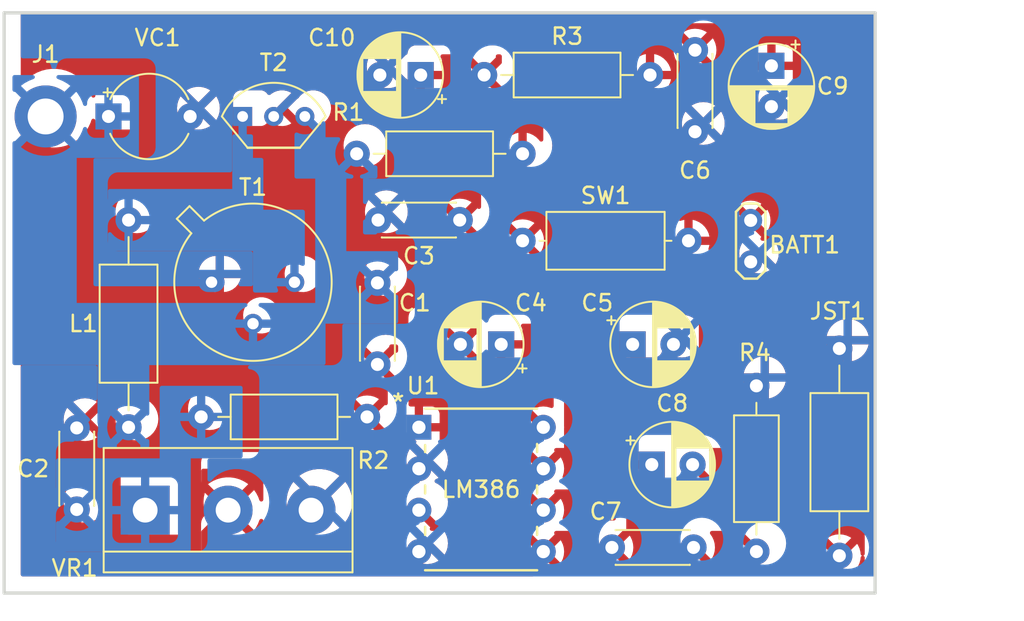
<source format=kicad_pcb>
(kicad_pcb (version 20211014) (generator pcbnew)
  (layers (0 "F.Cu" signal) (31 "B.Cu" signal) (34 "B.Paste" user) (35 "F.Paste" user) (36 "B.SilkS" user "B.Silkscreen") (37 "F.SilkS" user "F.Silkscreen") (38 "B.Mask" user) (39 "F.Mask" user) (44 "Edge.Cuts" user))
  (net 0 "")
  (net 1 "Net-(BATT1-Pad1)")
  (net 2 "GND")
  (net 3 "/FILTER_IN")
  (net 4 "Net-(C1-Pad2)")
  (net 5 "/Audio/AUDIO_IN")
  (net 6 "Net-(C10-Pad1)")
  (net 7 "Net-(C4-Pad1)")
  (net 8 "Net-(C4-Pad2)")
  (net 9 "Net-(C5-Pad1)")
  (net 10 "/VCC+")
  (net 11 "Net-(C7-Pad1)")
  (net 12 "Net-(C7-Pad2)")
  (net 13 "Net-(C8-Pad2)")
  (net 14 "Net-(L1-Pad2)")
  (net 15 "Net-(U1-Pad3)")
  (footprint "Inductor_THT:L_Axial_L7.0mm_D3.3mm_P12.70mm_Horizontal_Fastron_MICC" (layer "F.Cu") (at 95.6 76.454 90)
    (fp_text reference "JST1" (at 14.986 -0.096 180) (layer "F.SilkS"))
    (fp_text value "Conn_01x02_Female")
    (pad "1" thru_hole circle (at 0 0 90) (size 1.6 1.6) (drill 0.8) (layers *.Cu *.Mask) (net 13 "Net-(C8-Pad2)"))
    (pad "2" thru_hole oval (at 12.7 0 90) (size 1.6 1.6) (drill 0.8) (layers *.Cu *.Mask) (net 2 "GND"))
  )
  (footprint "Resistor_THT:R_Axial_DIN0207_L6.3mm_D2.5mm_P10.16mm_Horizontal" (layer "F.Cu") (at 66.04 51.816)
    (fp_text reference "R1" (at -0.508 -2.54) (layer "F.SilkS"))
    (fp_text value "R")
    (pad "1" thru_hole circle (at 0 0) (size 1.6 1.6) (drill 0.8) (layers *.Cu *.Mask) (net 3 "/FILTER_IN"))
    (pad "2" thru_hole oval (at 10.16 0) (size 1.6 1.6) (drill 0.8) (layers *.Cu *.Mask) (net 6 "Net-(C10-Pad1)"))
  )
  (footprint "Capacitor_THT:CP_Radial_D5.0mm_P2.50mm" (layer "F.Cu") (at 82.94 63.5)
    (fp_text reference "C5" (at -2.168 -2.54) (layer "F.SilkS"))
    (fp_text value "10 uF 25V")
    (pad "1" thru_hole rect (at 0 0) (size 1.6 1.6) (drill 0.8) (layers *.Cu *.Mask) (net 9 "Net-(C5-Pad1)"))
    (pad "2" thru_hole circle (at 2.5 0) (size 1.6 1.6) (drill 0.8) (layers *.Cu *.Mask) (net 2 "GND"))
  )
  (footprint "Capacitor_THT:C_Disc_D4.3mm_W1.9mm_P5.00mm" (layer "F.Cu") (at 81.67 75.946)
    (fp_text reference "C7" (at -0.39 -2.2) (layer "F.SilkS"))
    (fp_text value "47 nF")
    (pad "1" thru_hole circle (at 0 0) (size 1.6 1.6) (drill 0.8) (layers *.Cu *.Mask) (net 11 "Net-(C7-Pad1)"))
    (pad "2" thru_hole circle (at 5 0) (size 1.6 1.6) (drill 0.8) (layers *.Cu *.Mask) (net 12 "Net-(C7-Pad2)"))
  )
  (footprint "lib:bf495" (layer "F.Cu") (at 59.69 49.53)
    (fp_text reference "T2" (at 1.27 -3.302 unlocked) (layer "F.SilkS"))
    (fp_text value "BF495")
    (pad "1" thru_hole rect (at -0.635 0) (size 1.1684 1.1684) (drill 0.6604) (layers *.Cu *.Mask) (net 14 "Net-(L1-Pad2)"))
    (pad "2" thru_hole circle (at 1.27 0) (size 1.1684 1.1684) (drill 0.6604) (layers *.Cu *.Mask) (net 2 "GND"))
    (pad "3" thru_hole circle (at 3.175 0) (size 1.1684 1.1684) (drill 0.6604) (layers *.Cu *.Mask) (net 3 "/FILTER_IN"))
  )
  (footprint "Package_TO_SOT_THT:TO-39-3" (layer "F.Cu") (at 57.15 59.69)
    (fp_text reference "T1" (at 2.54 -5.82) (layer "F.SilkS"))
    (fp_text value "BF494")
    (pad "1" thru_hole oval (at 0 0) (size 1.6 1.2) (drill 0.7) (layers *.Cu *.Mask) (net 2 "GND"))
    (pad "2" thru_hole oval (at 2.54 2.54) (size 1.2 1.2) (drill 0.7) (layers *.Cu *.Mask) (net 3 "/FILTER_IN"))
    (pad "3" thru_hole oval (at 5.08 0) (size 1.2 1.2) (drill 0.7) (layers *.Cu *.Mask) (net 14 "Net-(L1-Pad2)"))
  )
  (footprint "Capacitor_THT:CP_Radial_D5.0mm_P2.50mm" (layer "F.Cu") (at 74.89 63.5 180)
    (fp_text reference "C4" (at -1.818 2.54) (layer "F.SilkS"))
    (fp_text value "10u uF 25V")
    (pad "1" thru_hole rect (at 0 0 180) (size 1.6 1.6) (drill 0.8) (layers *.Cu *.Mask) (net 7 "Net-(C4-Pad1)"))
    (pad "2" thru_hole circle (at 2.5 0 180) (size 1.6 1.6) (drill 0.8) (layers *.Cu *.Mask) (net 8 "Net-(C4-Pad2)"))
  )
  (footprint "Capacitor_THT:C_Disc_D4.3mm_W1.9mm_P5.00mm" (layer "F.Cu") (at 72.35 55.88 180)
    (fp_text reference "C3" (at 2.5 -2.2) (layer "F.SilkS"))
    (fp_text value "100 nF")
    (pad "1" thru_hole circle (at 0 0 180) (size 1.6 1.6) (drill 0.8) (layers *.Cu *.Mask) (net 6 "Net-(C10-Pad1)"))
    (pad "2" thru_hole circle (at 5 0 180) (size 1.6 1.6) (drill 0.8) (layers *.Cu *.Mask) (net 2 "GND"))
  )
  (footprint "Resistor_THT:R_Axial_DIN0207_L6.3mm_D2.5mm_P10.16mm_Horizontal" (layer "F.Cu") (at 66.675 67.945 180)
    (fp_text reference "R2" (at -0.381 -2.667) (layer "F.SilkS"))
    (fp_text value "10k")
    (pad "1" thru_hole circle (at 0 0 180) (size 1.6 1.6) (drill 0.8) (layers *.Cu *.Mask) (net 4 "Net-(C1-Pad2)"))
    (pad "2" thru_hole oval (at 10.16 0 180) (size 1.6 1.6) (drill 0.8) (layers *.Cu *.Mask) (net 5 "/Audio/AUDIO_IN"))
  )
  (footprint "Inductor_THT:L_Axial_L7.0mm_D3.3mm_P10.16mm_Horizontal_Fastron_MICC" (layer "F.Cu") (at 76.2 57.15)
    (fp_text reference "SW1" (at 5.08 -2.77) (layer "F.SilkS"))
    (fp_text value "ON/OFF SWITCH")
    (pad "1" thru_hole circle (at 0 0) (size 1.6 1.6) (drill 0.8) (layers *.Cu *.Mask) (net 10 "/VCC+"))
    (pad "2" thru_hole oval (at 10.16 0) (size 1.6 1.6) (drill 0.8) (layers *.Cu *.Mask) (net 1 "Net-(BATT1-Pad1)"))
  )
  (footprint "Capacitor_THT:CP_Radial_Tantal_D5.0mm_P5.00mm" (layer "F.Cu") (at 50.84 49.53)
    (fp_text reference "VC1" (at 3.008 -4.826) (layer "F.SilkS"))
    (fp_text value "30 pF")
    (pad "1" thru_hole rect (at 0 0) (size 1.6 1.6) (drill 0.8) (layers *.Cu *.Mask) (net 3 "/FILTER_IN"))
    (pad "2" thru_hole circle (at 5 0) (size 1.6 1.6) (drill 0.8) (layers *.Cu *.Mask) (net 2 "GND"))
  )
  (footprint "Capacitor_THT:CP_Radial_D5.0mm_P2.50mm" (layer "F.Cu") (at 84.111976 70.866)
    (fp_text reference "C8" (at 1.25 -3.75) (layer "F.SilkS"))
    (fp_text value "220 uF 25V")
    (pad "1" thru_hole rect (at 0 0) (size 1.6 1.6) (drill 0.8) (layers *.Cu *.Mask) (net 11 "Net-(C7-Pad1)"))
    (pad "2" thru_hole circle (at 2.5 0) (size 1.6 1.6) (drill 0.8) (layers *.Cu *.Mask) (net 13 "Net-(C8-Pad2)"))
  )
  (footprint "Resistor_THT:R_Axial_DIN0207_L6.3mm_D2.5mm_P10.16mm_Horizontal" (layer "F.Cu") (at 73.846 46.99)
    (fp_text reference "R3" (at 5.08 -2.37) (layer "F.SilkS"))
    (fp_text value "R")
    (pad "1" thru_hole circle (at 0 0) (size 1.6 1.6) (drill 0.8) (layers *.Cu *.Mask) (net 6 "Net-(C10-Pad1)"))
    (pad "2" thru_hole oval (at 10.16 0) (size 1.6 1.6) (drill 0.8) (layers *.Cu *.Mask) (net 10 "/VCC+"))
  )
  (footprint "TerminalBlock:TerminalBlock_bornier-3_P5.08mm" (layer "F.Cu") (at 53.086 73.66)
    (fp_text reference "VR1" (at -4.318 3.556) (layer "F.SilkS"))
    (fp_text value "30K LOG")
    (pad "1" thru_hole rect (at 0 0) (size 3 3) (drill 1.52) (layers *.Cu *.Mask) (net 5 "/Audio/AUDIO_IN"))
    (pad "2" thru_hole circle (at 5.08 0) (size 3 3) (drill 1.52) (layers *.Cu *.Mask) (net 15 "Net-(U1-Pad3)"))
    (pad "3" thru_hole circle (at 10.16 0) (size 3 3) (drill 1.52) (layers *.Cu *.Mask) (net 2 "GND"))
  )
  (footprint "Capacitor_THT:CP_Radial_D5.0mm_P2.50mm" (layer "F.Cu") (at 69.96 46.99 180)
    (fp_text reference "C10" (at 5.444 2.286) (layer "F.SilkS"))
    (fp_text value "100 uF 25V")
    (pad "1" thru_hole rect (at 0 0 180) (size 1.6 1.6) (drill 0.8) (layers *.Cu *.Mask) (net 6 "Net-(C10-Pad1)"))
    (pad "2" thru_hole circle (at 2.5 0 180) (size 1.6 1.6) (drill 0.8) (layers *.Cu *.Mask) (net 2 "GND"))
  )
  (footprint "lib:lm386" (layer "F.Cu") (at 69.85 68.58)
    (fp_text reference "U1" (at 0.254 -2.54) (layer "F.SilkS"))
    (fp_text value "LM386" (at 3.81 3.81) (layer "F.SilkS"))
    (fp_text user "*" (at -1.27 -1.524) (layer "F.SilkS"))
    (pad "1" thru_hole rect locked (at 0 0) (size 1.524 1.524) (drill 0.8128) (layers *.Cu *.Mask) (net 8 "Net-(C4-Pad2)"))
    (pad "2" thru_hole circle locked (at 0 2.54) (size 1.524 1.524) (drill 0.8128) (layers *.Cu *.Mask) (net 2 "GND"))
    (pad "3" thru_hole circle locked (at 0 5.08) (size 1.524 1.524) (drill 0.8128) (layers *.Cu *.Mask) (net 15 "Net-(U1-Pad3)"))
    (pad "4" thru_hole circle locked (at 0 7.62) (size 1.524 1.524) (drill 0.8128) (layers *.Cu *.Mask) (net 2 "GND"))
    (pad "5" thru_hole circle locked (at 7.62 7.62) (size 1.524 1.524) (drill 0.8128) (layers *.Cu *.Mask) (net 11 "Net-(C7-Pad1)"))
    (pad "6" thru_hole circle locked (at 7.62 5.08) (size 1.524 1.524) (drill 0.8128) (layers *.Cu *.Mask) (net 10 "/VCC+"))
    (pad "7" thru_hole circle locked (at 7.62 2.54) (size 1.524 1.524) (drill 0.8128) (layers *.Cu *.Mask) (net 9 "Net-(C5-Pad1)"))
    (pad "8" thru_hole circle locked (at 7.62 0) (size 1.524 1.524) (drill 0.8128) (layers *.Cu *.Mask) (net 7 "Net-(C4-Pad1)"))
  )
  (footprint "TestPoint:TestPoint_2Pads_Pitch2.54mm_Drill0.8mm" (layer "F.Cu") (at 90.17 55.9 -90)
    (fp_text reference "BATT1" (at 1.504 -3.302) (layer "F.SilkS"))
    (fp_text value "Conn_01x02_Female")
    (pad "1" thru_hole circle (at 0 0 270) (size 1.4 1.4) (drill 0.8) (layers *.Cu *.Mask) (net 1 "Net-(BATT1-Pad1)"))
    (pad "2" thru_hole circle (at 2.54 0 270) (size 1.4 1.4) (drill 0.8) (layers *.Cu *.Mask) (net 2 "GND"))
  )
  (footprint "Capacitor_THT:C_Disc_D4.3mm_W1.9mm_P5.00mm" (layer "F.Cu") (at 67.31 59.73 -90)
    (fp_text reference "C1" (at 1.23 -2.286 180) (layer "F.SilkS"))
    (fp_text value "220 nF")
    (pad "1" thru_hole circle (at 0 0 270) (size 1.6 1.6) (drill 0.8) (layers *.Cu *.Mask) (net 3 "/FILTER_IN"))
    (pad "2" thru_hole circle (at 5 0 270) (size 1.6 1.6) (drill 0.8) (layers *.Cu *.Mask) (net 4 "Net-(C1-Pad2)"))
  )
  (footprint "Inductor_THT:L_Axial_L7.0mm_D3.3mm_P12.70mm_Horizontal_Fastron_MICC" (layer "F.Cu") (at 52.07 68.58 90)
    (fp_text reference "L1" (at 6.35 -2.77 180) (layer "F.SilkS"))
    (fp_text value "L")
    (pad "1" thru_hole circle (at 0 0 90) (size 1.6 1.6) (drill 0.8) (layers *.Cu *.Mask) (net 3 "/FILTER_IN"))
    (pad "2" thru_hole oval (at 12.7 0 90) (size 1.6 1.6) (drill 0.8) (layers *.Cu *.Mask) (net 14 "Net-(L1-Pad2)"))
  )
  (footprint "Capacitor_THT:CP_Radial_D5.0mm_P2.50mm" (layer "F.Cu") (at 91.44 46.426 -90)
    (fp_text reference "C9" (at 1.25 -3.75 180) (layer "F.SilkS"))
    (fp_text value "100 uF 25V")
    (pad "1" thru_hole rect (at 0 0 270) (size 1.6 1.6) (drill 0.8) (layers *.Cu *.Mask) (net 10 "/VCC+"))
    (pad "2" thru_hole circle (at 2.5 0 270) (size 1.6 1.6) (drill 0.8) (layers *.Cu *.Mask) (net 2 "GND"))
  )
  (footprint "MountingHole:MountingHole_2.2mm_M2_DIN965_Pad" (layer "F.Cu") (at 46.99 49.53)
    (fp_text reference "J1" (at 0 -3.81) (layer "F.SilkS"))
    (fp_text value "AERIAL")
    (pad "1" thru_hole circle (at 0 0) (size 3.8 3.8) (drill 2.2) (layers *.Cu *.Mask) (net 3 "/FILTER_IN"))
  )
  (footprint "Capacitor_THT:C_Disc_D4.3mm_W1.9mm_P5.00mm" (layer "F.Cu") (at 86.76 45.466 -90)
    (fp_text reference "C6" (at 7.366 0 180) (layer "F.SilkS"))
    (fp_text value "100 nF")
    (pad "1" thru_hole circle (at 0 0 270) (size 1.6 1.6) (drill 0.8) (layers *.Cu *.Mask) (net 10 "/VCC+"))
    (pad "2" thru_hole circle (at 5 0 270) (size 1.6 1.6) (drill 0.8) (layers *.Cu *.Mask) (net 2 "GND"))
  )
  (footprint "Capacitor_THT:C_Disc_D4.3mm_W1.9mm_P5.00mm" (layer "F.Cu") (at 48.895 73.62 90)
    (fp_text reference "C2" (at 2.5 -2.667 180) (layer "F.SilkS"))
    (fp_text value "2.2 nF")
    (pad "1" thru_hole circle (at 0 0 90) (size 1.6 1.6) (drill 0.8) (layers *.Cu *.Mask) (net 5 "/Audio/AUDIO_IN"))
    (pad "2" thru_hole circle (at 5 0 90) (size 1.6 1.6) (drill 0.8) (layers *.Cu *.Mask) (net 2 "GND"))
  )
  (footprint "Resistor_THT:R_Axial_DIN0207_L6.3mm_D2.5mm_P10.16mm_Horizontal" (layer "F.Cu") (at 90.52 76.2 90)
    (fp_text reference "R4" (at 12.192 -0.096 180) (layer "F.SilkS"))
    (fp_text value "10R")
    (pad "1" thru_hole circle (at 0 0 90) (size 1.6 1.6) (drill 0.8) (layers *.Cu *.Mask) (net 12 "Net-(C7-Pad2)"))
    (pad "2" thru_hole oval (at 10.16 0 90) (size 1.6 1.6) (drill 0.8) (layers *.Cu *.Mask) (net 2 "GND"))
  )
  (gr_line (start 97.79 78.74) (end 97.79 43.18) (layer "Edge.Cuts") (width 0.2))
  (gr_line (start 97.79 43.18) (end 44.45 43.18) (layer "Edge.Cuts") (width 0.2))
  (gr_line (start 44.45 43.18) (end 44.45 78.74) (layer "Edge.Cuts") (width 0.2))
  (gr_line (start 44.45 78.74) (end 97.79 78.74) (layer "Edge.Cuts") (width 0.2))
  (zone (net 12) (net_name "Net-(C7-Pad2)") (layer "F.Cu") (priority 6) (connect_pads (clearance 0.508)) (min_thickness 0.254) (fill yes (thermal_gap 0.508) (thermal_bridge_width 0.508))
    (polygon (pts (xy 91.44 77.47) (xy 85.09 77.47) (xy 85.09 74.93) (xy 91.44 74.93)))
  )
  (zone (net 4) (net_name "Net-(C1-Pad2)") (layer "F.Cu") (priority 6) (connect_pads (clearance 0.508)) (min_thickness 0.254) (fill yes (thermal_gap 0.508) (thermal_bridge_width 0.508))
    (polygon (pts (xy 68.58 66.04) (xy 67.945 66.04) (xy 67.945 69.215) (xy 65.405 69.215) (xy 65.405 63.5) (xy 68.58 63.5)))
  )
  (zone (net 10) (net_name "/VCC+") (layer "F.Cu") (priority 6) (connect_pads (clearance 0.508)) (min_thickness 0.254) (fill yes (thermal_gap 0.508) (thermal_bridge_width 0.508))
    (polygon (pts (xy 94.615 48.26) (xy 84.455 48.26) (xy 84.455 53.975) (xy 84.455 59.055) (xy 86.995 59.055) (xy 88.265 59.055) (xy 88.265 68.58) (xy 81.915 68.58) (xy 81.915 74.295) (xy 76.2 74.295) (xy 76.2 72.39) (xy 80.645 72.39) (xy 80.645 66.04) (xy 86.995 66.04) (xy 86.995 60.96) (xy 81.28 60.96) (xy 81.28 59.055) (xy 74.93 59.055) (xy 74.93 55.245) (xy 80.01 55.245) (xy 80.01 45.72) (xy 80.01 43.815) (xy 94.615 43.815)))
  )
  (zone (net 2) (net_name "GND") (layer "F.Cu") (connect_pads (clearance 0.508)) (min_thickness 0.254) (fill yes (thermal_gap 0.508) (thermal_bridge_width 0.508))
    (polygon (pts (xy 98.806 79.502) (xy 44.196 79.502) (xy 44.196 42.672) (xy 98.806 42.672)))
  )
  (zone (net 13) (net_name "Net-(C8-Pad2)") (layer "F.Cu") (priority 6) (connect_pads (clearance 0.508)) (min_thickness 0.254) (fill yes (thermal_gap 0.508) (thermal_bridge_width 0.508))
    (polygon (pts (xy 97.155 77.47) (xy 93.98 77.47) (xy 93.98 73.025) (xy 85.725 73.025) (xy 85.725 69.85) (xy 97.155 69.85)))
  )
  (zone (net 11) (net_name "Net-(C7-Pad1)") (layer "F.Cu") (priority 6) (connect_pads (clearance 0.508)) (min_thickness 0.254) (fill yes (thermal_gap 0.508) (thermal_bridge_width 0.508))
    (polygon (pts (xy 85.09 71.755) (xy 83.82 71.755) (xy 83.82 73.025) (xy 83.82 77.47) (xy 76.2 77.47) (xy 76.2 74.93) (xy 82.55 74.93) (xy 82.55 69.85) (xy 85.09 69.85)))
  )
  (zone (net 8) (net_name "Net-(C4-Pad2)") (layer "F.Cu") (priority 6) (connect_pads (clearance 0.508)) (min_thickness 0.254) (fill yes (thermal_gap 0.508) (thermal_bridge_width 0.508))
    (polygon (pts (xy 73.66 65.405) (xy 71.755 65.405) (xy 71.755 69.85) (xy 69.215 69.85) (xy 69.215 62.23) (xy 73.66 62.23)))
  )
  (zone (net 1) (net_name "Net-(BATT1-Pad1)") (layer "F.Cu") (priority 6) (connect_pads (clearance 0.508)) (min_thickness 0.254) (fill yes (thermal_gap 0.508) (thermal_bridge_width 0.508))
    (polygon (pts (xy 92.075 57.15) (xy 88.265 57.15) (xy 88.265 57.785) (xy 85.725 57.785) (xy 85.725 53.975) (xy 92.075 53.975)))
  )
  (zone (net 6) (net_name "Net-(C10-Pad1)") (layer "F.Cu") (priority 6) (connect_pads (clearance 0.508)) (min_thickness 0.254) (fill yes (thermal_gap 0.508) (thermal_bridge_width 0.508))
    (polygon (pts (xy 77.47 53.34) (xy 73.66 53.34) (xy 73.66 57.15) (xy 71.12 57.15) (xy 71.12 53.34) (xy 71.12 48.895) (xy 69.215 48.895) (xy 69.215 45.72) (xy 74.93 45.72) (xy 74.93 47.625) (xy 77.47 47.625)))
  )
  (zone (net 9) (net_name "Net-(C5-Pad1)") (layer "F.Cu") (priority 6) (connect_pads (clearance 0.508)) (min_thickness 0.254) (fill yes (thermal_gap 0.508) (thermal_bridge_width 0.508))
    (polygon (pts (xy 83.82 64.77) (xy 80.01 64.77) (xy 80.01 68.58) (xy 80.01 68.58) (xy 80.01 71.755) (xy 76.2 71.755) (xy 76.2 69.85) (xy 78.74 69.85) (xy 78.74 66.04) (xy 78.74 62.23) (xy 80.01 62.23) (xy 83.82 62.23)))
  )
  (zone (net 7) (net_name "Net-(C4-Pad1)") (layer "F.Cu") (priority 6) (connect_pads (clearance 0.508)) (min_thickness 0.254) (fill yes (thermal_gap 0.508) (thermal_bridge_width 0.508))
    (polygon (pts (xy 78.105 69.215) (xy 74.295 69.215) (xy 74.295 62.23) (xy 78.105 62.23)))
  )
  (zone (net 15) (net_name "Net-(U1-Pad3)") (layer "F.Cu") (priority 6) (connect_pads (clearance 0.508)) (min_thickness 0.254) (fill yes (thermal_gap 0.508) (thermal_bridge_width 0.508))
    (polygon (pts (xy 60.325 75.565) (xy 67.31 75.565) (xy 67.31 73.025) (xy 68.58 73.025) (xy 71.12 73.025) (xy 71.12 74.93) (xy 68.58 74.93) (xy 68.58 76.835) (xy 56.515 76.835) (xy 56.515 71.12) (xy 60.325 71.12)))
  )
  (zone (net 2) (net_name "GND") (layer "B.Cu") (connect_pads (clearance 0.508)) (min_thickness 0.254) (fill yes (thermal_gap 0.508) (thermal_bridge_width 0.508))
    (polygon (pts (xy 98.806 79.502) (xy 44.196 79.502) (xy 44.196 42.672) (xy 98.806 42.672)))
  )
  (zone (net 14) (net_name "Net-(L1-Pad2)") (layer "B.Cu") (priority 6) (connect_pads (clearance 0.508)) (min_thickness 0.254) (fill yes (thermal_gap 0.508) (thermal_bridge_width 0.508))
    (polygon (pts (xy 59.69 52.07) (xy 60.325 52.07) (xy 60.325 55.245) (xy 62.865 55.245) (xy 62.865 60.325) (xy 59.69 60.325) (xy 59.69 57.785) (xy 50.8 57.785) (xy 50.8 53.975) (xy 58.42 53.975) (xy 58.42 48.895) (xy 59.69 48.895)))
  )
  (zone (net 3) (net_name "/FILTER_IN") (layer "B.Cu") (priority 6) (connect_pads (clearance 0.508)) (min_thickness 0.254) (fill yes (thermal_gap 0.508) (thermal_bridge_width 0.508))
    (polygon (pts (xy 65.405 57.785) (xy 68.58 57.785) (xy 68.58 62.23) (xy 64.135 62.23) (xy 64.135 64.77) (xy 53.34 64.77) (xy 53.34 69.85) (xy 50.165 69.85) (xy 50.165 64.77) (xy 44.45 64.77) (xy 44.45 46.99) (xy 52.705 46.99) (xy 52.705 52.07) (xy 48.895 52.07) (xy 48.895 60.96) (xy 50.165 60.96) (xy 63.5 60.96) (xy 63.5 53.34) (xy 62.23 53.34) (xy 62.23 48.895) (xy 64.135 48.895) (xy 64.135 50.8) (xy 67.31 50.8) (xy 67.31 53.34) (xy 65.405 53.34)))
  )
  (zone (net 5) (net_name "/Audio/AUDIO_IN") (layer "B.Cu") (priority 6) (connect_pads (clearance 0.508)) (min_thickness 0.254) (fill yes (thermal_gap 0.508) (thermal_bridge_width 0.508))
    (polygon (pts (xy 59.055 70.485) (xy 55.88 70.485) (xy 55.88 76.2) (xy 47.625 76.2) (xy 47.625 70.485) (xy 53.975 70.485) (xy 53.975 66.04) (xy 59.055 66.04)))
  )
)
</source>
